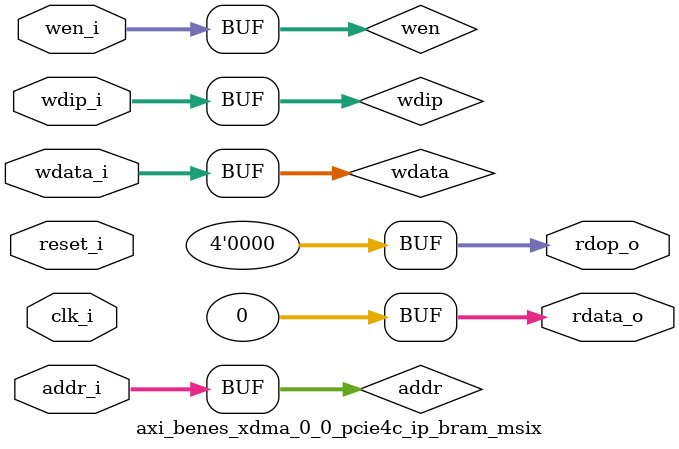
<source format=v>
`timescale 1ps/1ps

(* DowngradeIPIdentifiedWarnings = "yes" *)
module axi_benes_xdma_0_0_pcie4c_ip_bram_msix #(

  parameter           TCQ = 100
, parameter           TO_RAM_PIPELINE="FALSE"
, parameter           FROM_RAM_PIPELINE="FALSE"
, parameter           MSIX_CAP_TABLE_SIZE=11'h0
, parameter           MSIX_TABLE_RAM_ENABLE="FALSE"

  ) (

  input  wire         clk_i,
  input  wire         reset_i,

  input  wire  [12:0] addr_i,
  input  wire  [31:0] wdata_i,
  input  wire   [3:0] wdip_i,
  input  wire   [3:0] wen_i,
  output wire  [31:0] rdata_o,
  output wire   [3:0] rdop_o

  );

  // WIP : Use Total number of functions (PFs + VFs) to calculate the NUM_BRAM_4K
  localparam integer NUM_BRAM_4K = (MSIX_TABLE_RAM_ENABLE == "TRUE") ? 8 : 0 ;
 

  reg          [12:0] addr;
  reg          [12:0] addr_p0;
  reg          [12:0] addr_p1;
  reg          [31:0] wdata;
  reg           [3:0] wdip;
  reg           [3:0] wen;
  reg          [31:0] reg_rdata;
  reg           [3:0] reg_rdop;
  wire         [31:0] rdata;
  wire          [3:0] rdop;
  genvar              i;
  wire    [(8*4)-1:0] bram_4k_wen;
  wire   [(8*32)-1:0] rdata_t;
  wire    [(8*4)-1:0] rdop_t;

  //
  // Optional input pipe stages
  //
  generate

    if (TO_RAM_PIPELINE == "TRUE") begin : TORAMPIPELINE

      always @(posedge clk_i) begin
     
        if (reset_i) begin

          addr <= #(TCQ) 13'b0;
          wdata <= #(TCQ) 32'b0;
          wdip <= #(TCQ) 4'b0;
          wen <= #(TCQ) 4'b0;

        end else begin

          addr <= #(TCQ) addr_i;
          wdata <= #(TCQ) wdata_i;
          wdip <= #(TCQ) wdip_i;
          wen <= #(TCQ) wen_i;

        end

      end

    end else begin : NOTORAMPIPELINE

      always @(*) begin

          addr = addr_i;
          wdata = wdata_i;
          wdip = wdip_i;
          wen = wen_i;

      end


    end

  endgenerate

  // 
  // Address pipeline
  //
  always @(posedge clk_i) begin
     
    if (reset_i) begin

      addr_p0 <= #(TCQ) 13'b0;
      addr_p1 <= #(TCQ) 13'b0;

    end else begin

      addr_p0 <= #(TCQ) addr;
      addr_p1 <= #(TCQ) addr_p0;

    end

  end

  //
  // Optional output pipe stages
  //
  generate

    if (FROM_RAM_PIPELINE == "TRUE") begin : FRMRAMPIPELINE


      always @(posedge clk_i) begin
     
        if (reset_i) begin

          reg_rdata <= #(TCQ) 32'b0;
          reg_rdop <= #(TCQ) 4'b0;

        end else begin

          case (addr_p1[12:10]) 
            3'b000 : begin
              reg_rdata <= #(TCQ) rdata_t[(32*(0))+31:(32*(0))+0];
              reg_rdop <= #(TCQ) rdop_t[(4*(0))+3:(4*(0))+0];
            end
            3'b001 : begin
              reg_rdata <= #(TCQ) rdata_t[(32*(1))+31:(32*(1))+0];
              reg_rdop <= #(TCQ) rdop_t[(4*(1))+3:(4*(1))+0];
            end
            3'b010 : begin
              reg_rdata <= #(TCQ) rdata_t[(32*(2))+31:(32*(2))+0];
              reg_rdop <= #(TCQ) rdop_t[(4*(2))+3:(4*(2))+0];
            end
            3'b011 : begin
              reg_rdata <= #(TCQ) rdata_t[(32*(3))+31:(32*(3))+0];
              reg_rdop <= #(TCQ) rdop_t[(4*(3))+3:(4*(3))+0];
            end
            3'b100 : begin
              reg_rdata <= #(TCQ) rdata_t[(32*(4))+31:(32*(4))+0];
              reg_rdop <= #(TCQ) rdop_t[(4*(4))+3:(4*(4))+0];
            end
            3'b101 : begin
              reg_rdata <= #(TCQ) rdata_t[(32*(5))+31:(32*(5))+0];
              reg_rdop <= #(TCQ) rdop_t[(4*(5))+3:(4*(5))+0];
            end
            3'b110 : begin
              reg_rdata <= #(TCQ) rdata_t[(32*(6))+31:(32*(6))+0];
              reg_rdop <= #(TCQ) rdop_t[(4*(6))+3:(4*(6))+0];
            end
            3'b111 : begin
              reg_rdata <= #(TCQ) rdata_t[(32*(7))+31:(32*(7))+0];
              reg_rdop <= #(TCQ) rdop_t[(4*(7))+3:(4*(7))+0];
            end
          endcase

        end

      end

    end else begin : NOFRMRAMPIPELINE

      always @(*) begin

          case (addr_p1[12:10]) 
            3'b000 : begin
              reg_rdata <= #(TCQ) rdata_t[(32*(0))+31:(32*(0))+0];
              reg_rdop <= #(TCQ) rdop_t[(4*(0))+3:(4*(0))+0];
            end
            3'b001 : begin
              reg_rdata <= #(TCQ) rdata_t[(32*(1))+31:(32*(1))+0];
              reg_rdop <= #(TCQ) rdop_t[(4*(1))+3:(4*(1))+0];
            end
            3'b010 : begin
              reg_rdata <= #(TCQ) rdata_t[(32*(2))+31:(32*(2))+0];
              reg_rdop <= #(TCQ) rdop_t[(4*(2))+3:(4*(2))+0];
            end
            3'b011 : begin
              reg_rdata <= #(TCQ) rdata_t[(32*(3))+31:(32*(3))+0];
              reg_rdop <= #(TCQ) rdop_t[(4*(3))+3:(4*(3))+0];
            end
            3'b100 : begin
              reg_rdata <= #(TCQ) rdata_t[(32*(4))+31:(32*(4))+0];
              reg_rdop <= #(TCQ) rdop_t[(4*(4))+3:(4*(4))+0];
            end
            3'b101 : begin
              reg_rdata <= #(TCQ) rdata_t[(32*(5))+31:(32*(5))+0];
              reg_rdop <= #(TCQ) rdop_t[(4*(5))+3:(4*(5))+0];
            end
            3'b110 : begin
              reg_rdata <= #(TCQ) rdata_t[(32*(6))+31:(32*(6))+0];
              reg_rdop <= #(TCQ) rdop_t[(4*(6))+3:(4*(6))+0];
            end
            3'b111 : begin
              reg_rdata <= #(TCQ) rdata_t[(32*(7))+31:(32*(7))+0];
              reg_rdop <= #(TCQ) rdop_t[(4*(7))+3:(4*(7))+0];
            end
          endcase

      end

    end
  
  endgenerate

  assign rdata_o = (MSIX_TABLE_RAM_ENABLE == "TRUE") ?  reg_rdata : 32'h0;
  assign rdop_o = (MSIX_TABLE_RAM_ENABLE == "TRUE") ? reg_rdop : 4'h0;

  generate 
  
    for (i=0; i<NUM_BRAM_4K; i=i+1) begin : BRAM4K

      axi_benes_xdma_0_0_pcie4c_ip_bram_4k_int #(
          .TCQ(TCQ)
        )
        bram_4k_int (
    
          .clk_i (clk_i),
          .reset_i (reset_i),
    
          .addr_i(addr[9:0]),
          .wdata_i(wdata),
          .wdip_i(wdip),
          .wen_i(bram_4k_wen[(4*(i))+3:(4*(i))+0]),
          .rdata_o(rdata_t[(32*i)+31:(32*i)+0]),
          .rdop_o(rdop_t[(4*i)+3:(4*i)+0]),
          .baddr_i(10'b0),
          .brdata_o()

      );
      assign bram_4k_wen[(4*(i))+3:(4*(i))+0] = wen & {4{(i == addr[12:10])}};  
      
    end

  endgenerate

endmodule

</source>
